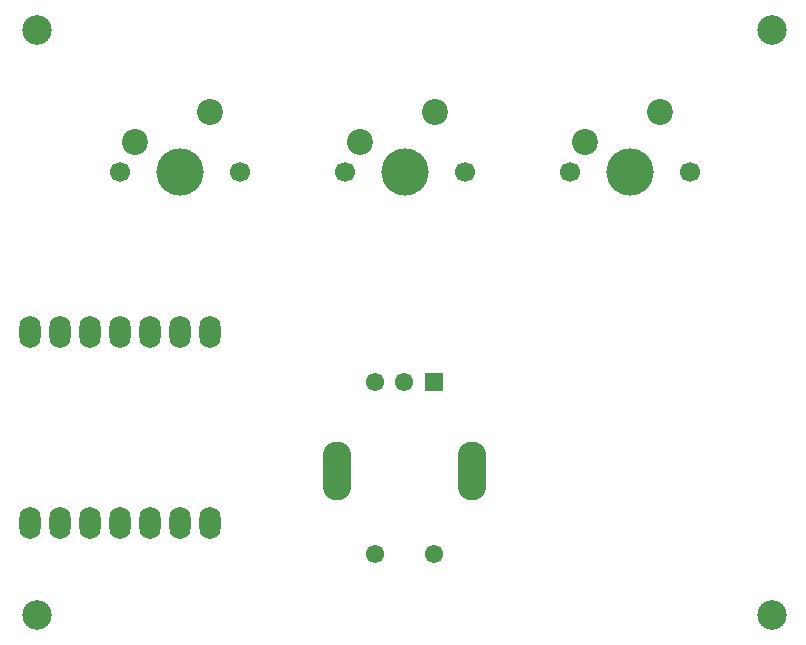
<source format=gbr>
%TF.GenerationSoftware,KiCad,Pcbnew,7.0.7*%
%TF.CreationDate,2023-09-16T11:16:50-05:00*%
%TF.ProjectId,giga_pad,67696761-5f70-4616-942e-6b696361645f,rev?*%
%TF.SameCoordinates,Original*%
%TF.FileFunction,Soldermask,Top*%
%TF.FilePolarity,Negative*%
%FSLAX46Y46*%
G04 Gerber Fmt 4.6, Leading zero omitted, Abs format (unit mm)*
G04 Created by KiCad (PCBNEW 7.0.7) date 2023-09-16 11:16:50*
%MOMM*%
%LPD*%
G01*
G04 APERTURE LIST*
G04 Aperture macros list*
%AMRoundRect*
0 Rectangle with rounded corners*
0 $1 Rounding radius*
0 $2 $3 $4 $5 $6 $7 $8 $9 X,Y pos of 4 corners*
0 Add a 4 corners polygon primitive as box body*
4,1,4,$2,$3,$4,$5,$6,$7,$8,$9,$2,$3,0*
0 Add four circle primitives for the rounded corners*
1,1,$1+$1,$2,$3*
1,1,$1+$1,$4,$5*
1,1,$1+$1,$6,$7*
1,1,$1+$1,$8,$9*
0 Add four rect primitives between the rounded corners*
20,1,$1+$1,$2,$3,$4,$5,0*
20,1,$1+$1,$4,$5,$6,$7,0*
20,1,$1+$1,$6,$7,$8,$9,0*
20,1,$1+$1,$8,$9,$2,$3,0*%
G04 Aperture macros list end*
%ADD10C,2.500000*%
%ADD11C,1.700000*%
%ADD12C,4.000000*%
%ADD13C,2.200000*%
%ADD14C,1.550000*%
%ADD15RoundRect,1.200000X0.000000X1.300000X0.000000X1.300000X0.000000X-1.300000X0.000000X-1.300000X0*%
%ADD16R,1.550000X1.550000*%
%ADD17O,1.800000X2.750000*%
G04 APERTURE END LIST*
D10*
%TO.C,H1*%
X133985000Y-40640000D03*
%TD*%
D11*
%TO.C,SW2*%
X116840000Y-52705000D03*
D12*
X121920000Y-52705000D03*
D11*
X127000000Y-52705000D03*
D13*
X124460000Y-47625000D03*
X118110000Y-50165000D03*
%TD*%
D11*
%TO.C,SW3*%
X97790000Y-52705000D03*
D12*
X102870000Y-52705000D03*
D11*
X107950000Y-52705000D03*
D13*
X105410000Y-47625000D03*
X99060000Y-50165000D03*
%TD*%
D10*
%TO.C,H4*%
X133985000Y-90170000D03*
%TD*%
D11*
%TO.C,SW4*%
X78740000Y-52705000D03*
D12*
X83820000Y-52705000D03*
D11*
X88900000Y-52705000D03*
D13*
X86360000Y-47625000D03*
X80010000Y-50165000D03*
%TD*%
D10*
%TO.C,H3*%
X71755000Y-90170000D03*
%TD*%
%TO.C,H2*%
X71755000Y-40640000D03*
%TD*%
D14*
%TO.C,SW1*%
X105330000Y-84985000D03*
X100330000Y-84985000D03*
D15*
X108530000Y-77985000D03*
X97130000Y-77985000D03*
D16*
X105330000Y-70485000D03*
D14*
X100330000Y-70485000D03*
X102830000Y-70485000D03*
%TD*%
D17*
%TO.C,U1*%
X71120000Y-66200000D03*
X73660000Y-66200000D03*
X76200000Y-66200000D03*
X78740000Y-66200000D03*
X81280000Y-66200000D03*
X83820000Y-66200000D03*
X86360000Y-66200000D03*
X86360000Y-82390000D03*
X83820000Y-82390000D03*
X81280000Y-82390000D03*
X78740000Y-82390000D03*
X76200000Y-82390000D03*
X73660000Y-82390000D03*
X71120000Y-82390000D03*
%TD*%
M02*

</source>
